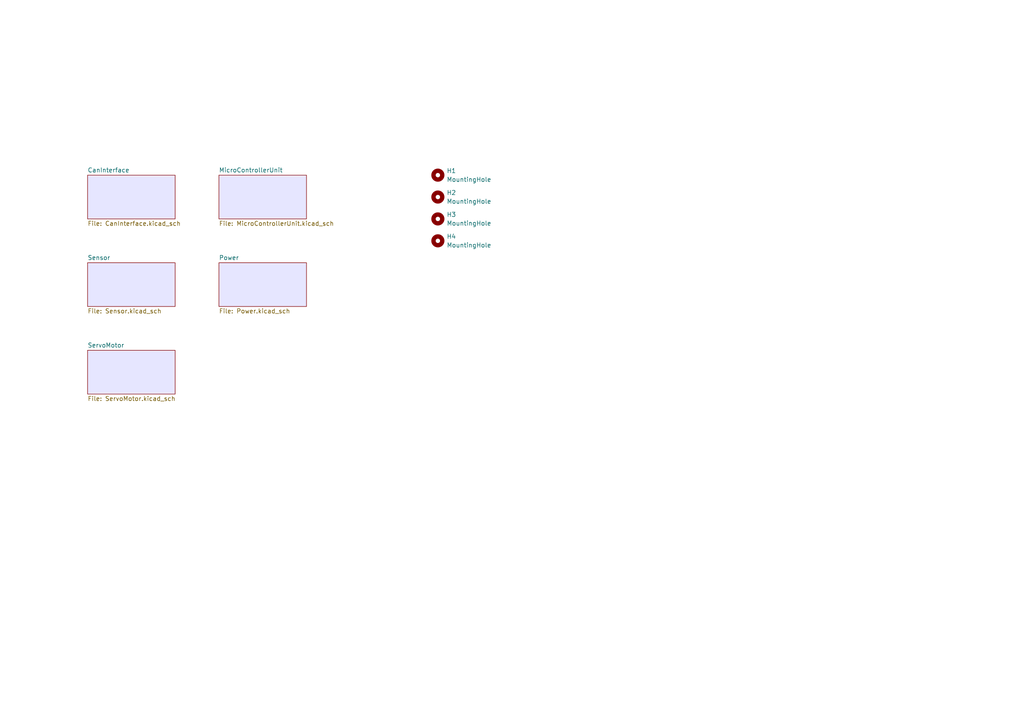
<source format=kicad_sch>
(kicad_sch (version 20250114) (generator "eeschema") (generator_version "9.0")
  (paper "A4")
  (lib_symbols
    (symbol "Mechanical:MountingHole" (pin_names (offset 1.016)) (exclude_from_sim yes) (in_bom no)
      (property "Reference" "H" (at 0 5.08 0))
      (property "Value" "MountingHole" (at 0 3.175 0))
      (symbol "MountingHole_0_1"
        (circle (center 0 0) (radius 1.27) (stroke (width 1.27)))
      )
    )
  )
  (symbol (lib_id "Mechanical:MountingHole") (at 127 50.8 0) (unit 1) (in_bom no)
    (property "Reference" "H1" (at 129.54 49.5299 0) (effects (justify left)))
    (property "Value" "MountingHole" (at 129.54 52.0699 0) (effects (justify left)))
    (property "Footprint" "MountingHole:MountingHole_3.2mm_M3_Pad_TopBottom" (effects (hide yes)))
    (property "Description" "Mounting Hole without connection" (effects (hide yes)))
  )
  (symbol (lib_id "Mechanical:MountingHole") (at 127 69.85 0) (unit 1) (in_bom no)
    (property "Reference" "H4" (at 129.54 68.5799 0) (effects (justify left)))
    (property "Value" "MountingHole" (at 129.54 71.1199 0) (effects (justify left)))
    (property "Footprint" "MountingHole:MountingHole_3.2mm_M3_Pad_TopBottom" (effects (hide yes)))
    (property "Description" "Mounting Hole without connection" (effects (hide yes)))
  )
  (symbol (lib_id "Mechanical:MountingHole") (at 127 63.5 0) (unit 1) (in_bom no)
    (property "Reference" "H3" (at 129.54 62.2299 0) (effects (justify left)))
    (property "Value" "MountingHole" (at 129.54 64.7699 0) (effects (justify left)))
    (property "Footprint" "MountingHole:MountingHole_3.2mm_M3_Pad_TopBottom" (effects (hide yes)))
    (property "Description" "Mounting Hole without connection" (effects (hide yes)))
  )
  (symbol (lib_id "Mechanical:MountingHole") (at 127 57.15 0) (unit 1) (in_bom no)
    (property "Reference" "H2" (at 129.54 55.8799 0) (effects (justify left)))
    (property "Value" "MountingHole" (at 129.54 58.4199 0) (effects (justify left)))
    (property "Footprint" "MountingHole:MountingHole_3.2mm_M3_Pad_TopBottom" (effects (hide yes)))
    (property "Description" "Mounting Hole without connection" (effects (hide yes)))
  )
  (sheet (at 25.4 50.8) (size 25.4 12.7) (stroke (width 0.1524)) (fill (color 0 0 255 0.1000))
    (property "Sheetname" "CanInterface" (at 25.4 50.0884 0) (effects (justify left bottom)))
    (property "Sheetfile" "CanInterface.kicad_sch" (at 25.4 64.0846 0) (effects (justify left top)))
  )
  (sheet (at 63.5 76.2) (size 25.4 12.7) (stroke (width 0.1524)) (fill (color 0 0 255 0.1000))
    (property "Sheetname" "Power" (at 63.5 75.4884 0) (effects (justify left bottom)))
    (property "Sheetfile" "Power.kicad_sch" (at 63.5 89.4846 0) (effects (justify left top)))
  )
  (sheet (at 25.4 76.2) (size 25.4 12.7) (stroke (width 0.1524)) (fill (color 0 0 255 0.1000))
    (property "Sheetname" "Sensor" (at 25.4 75.4884 0) (effects (justify left bottom)))
    (property "Sheetfile" "Sensor.kicad_sch" (at 25.4 89.4846 0) (effects (justify left top)))
  )
  (sheet (at 63.5 50.8) (size 25.4 12.7) (stroke (width 0.1524)) (fill (color 0 0 255 0.1000))
    (property "Sheetname" "MicroControllerUnit" (at 63.5 50.0884 0) (effects (justify left bottom)))
    (property "Sheetfile" "MicroControllerUnit.kicad_sch" (at 63.5 64.0846 0) (effects (justify left top)))
  )
  (sheet (at 25.4 101.6) (size 25.4 12.7) (stroke (width 0.1524)) (fill (color 0 0 255 0.1000))
    (property "Sheetname" "ServoMotor" (at 25.4 100.8884 0) (effects (justify left bottom)))
    (property "Sheetfile" "ServoMotor.kicad_sch" (at 25.4 114.8846 0) (effects (justify left top)))
  )
)
</source>
